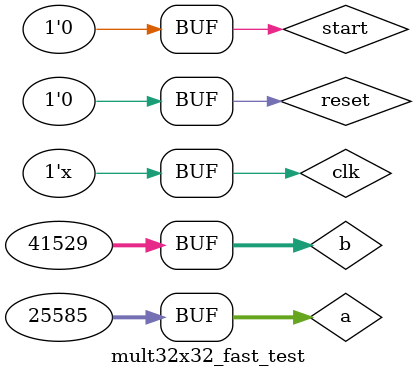
<source format=sv>
module mult32x32_fast_test;

    logic clk;            // Clock
    logic reset;          // Reset
    logic start;          // Start signal
    logic [31:0] a;       // Input a
    logic [31:0] b;       // Input b
    logic busy;           // Multiplier busy indication
    logic [63:0] product; // Miltiplication product

mult32x32_fast uut (.clk(clk), .reset(reset), .start(start), .a(a), .b(b), .busy(busy), .product(product));

initial begin
	clk = 1'b0;
	reset = 1'b1;
	#35
	reset = 1'b0;
	start = 1'b0;
	a = 32'd211641329;
	b = 32'd326672953;
	#10
	start = 1'b1;
	#10
	start = 1'b0;
	#200
	a = 32'd25585;
	b = 32'd41529;
	#10
	start = 1'b1;
	#10
	start = 1'b0;
end
always begin
	#5
	clk = ~clk;
end

endmodule

</source>
